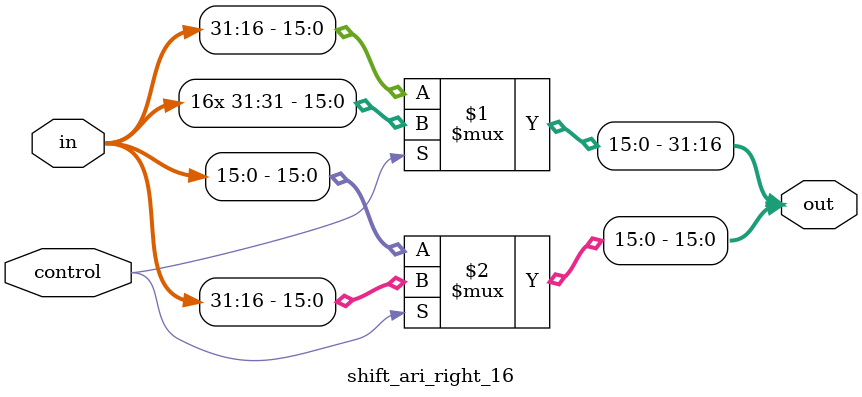
<source format=v>
module shift_ari_right_16(out, in, control);
    input [31:0] in;
    input control;
    output [31:0] out;

    assign out[31:16] = control ? {16{in[31]}} : in[31:16];
    assign out[15:0] = control ? in[31:16] : in[15:0];
endmodule
</source>
